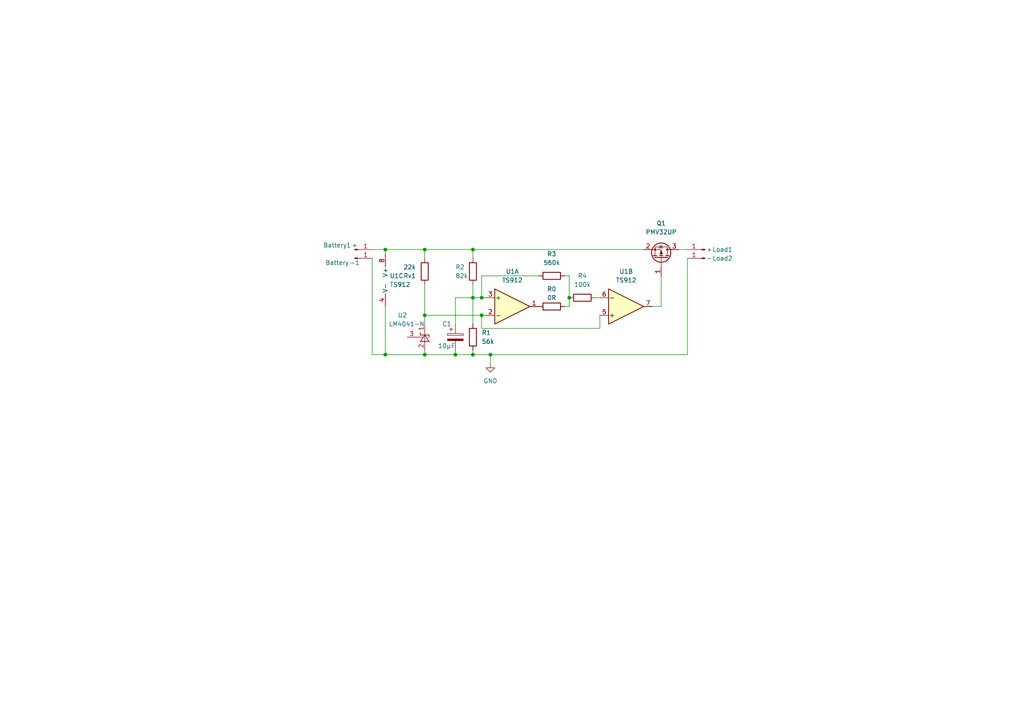
<source format=kicad_sch>
(kicad_sch (version 20211123) (generator eeschema)
  (paper "A4")
  (lib_symbols
    (symbol "Amplifier_Operational:TS912" (pin_names (offset 0.127))
      (property "Reference" "U" (at 0 5.08 0))
      (property "Value" "TS912" (at 0 -5.08 0))
      (symbol "TS912_1_1"
        (polyline (pts (xy -5.08 5.08) (xy 5.08 0) (xy -5.08 -5.08) (xy -5.08 5.08)) (stroke (width 0.254)) (fill (type background)))
        (pin output line (at 7.62 0 180) (length 2.54) (name "~") (number "1"))
        (pin input line (at -7.62 -2.54 0) (length 2.54) (name "-") (number "2"))
        (pin input line (at -7.62 2.54 0) (length 2.54) (name "+") (number "3"))
      )
      (symbol "TS912_2_1"
        (polyline (pts (xy -5.08 5.08) (xy 5.08 0) (xy -5.08 -5.08) (xy -5.08 5.08)) (stroke (width 0.254)) (fill (type background)))
        (pin input line (at -7.62 2.54 0) (length 2.54) (name "+") (number "5"))
        (pin input line (at -7.62 -2.54 0) (length 2.54) (name "-") (number "6"))
        (pin output line (at 7.62 0 180) (length 2.54) (name "~") (number "7"))
      )
      (symbol "TS912_3_1"
        (pin power_in line (at -2.54 -7.62 90) (length 3.81) (name "V-") (number "4"))
        (pin power_in line (at -2.54 7.62 270) (length 3.81) (name "V+") (number "8"))
      )
    )
    (symbol "Connector:Conn_01x01_Male" (pin_names (offset 1.016) hide)
      (property "Reference" "J" (at 0 2.54 0))
      (property "Value" "Conn_01x01_Male" (at 0 -2.54 0))
      (symbol "Conn_01x01_Male_1_1"
        (polyline (pts (xy 1.27 0) (xy 0.8636 0)) (stroke (width 0.1524)))
        (rectangle (start 0.8636 0.127) (end 0 -0.127) (stroke (width 0.1524)) (fill (type outline)))
        (pin passive line (at 5.08 0 180) (length 3.81) (name "Pin_1") (number "1"))
      )
    )
    (symbol "Device:C_Polarized" (pin_numbers hide) (pin_names (offset 0.254))
      (property "Reference" "C" (at 0.635 2.54 0))
      (property "Value" "C_Polarized" (at 0.635 -2.54 0))
      (symbol "C_Polarized_0_1"
        (rectangle (start -2.286 0.508) (end 2.286 1.016))
        (polyline (pts (xy -1.778 2.286) (xy -0.762 2.286)))
        (polyline (pts (xy -1.27 2.794) (xy -1.27 1.778)))
        (rectangle (start 2.286 -0.508) (end -2.286 -1.016) (fill (type outline)))
      )
      (symbol "C_Polarized_1_1"
        (pin passive line (at 0 3.81 270) (length 2.794) (name "~") (number "1"))
        (pin passive line (at 0 -3.81 90) (length 2.794) (name "~") (number "2"))
      )
    )
    (symbol "Device:R" (pin_numbers hide) (pin_names (offset 0))
      (property "Reference" "R" (at 2.032 0 90))
      (property "Value" "R" (at 0 0 90))
      (symbol "R_0_1"
        (rectangle (start -1.016 -2.54) (end 1.016 2.54) (stroke (width 0.254)))
      )
      (symbol "R_1_1"
        (pin passive line (at 0 3.81 270) (length 1.27) (name "~") (number "1"))
        (pin passive line (at 0 -3.81 90) (length 1.27) (name "~") (number "2"))
      )
    )
    (symbol "Local:LM4041-N" (pin_names (offset 0.0254) hide)
      (property "Reference" "U" (at 2.54 3.81 0))
      (property "Value" "LM4041-N" (at 0 -3.175 0))
      (symbol "LM4041-N_0_1"
        (polyline (pts (xy 0 2.54) (xy 0 0.508)))
        (polyline (pts (xy -1.27 0) (xy 0 0) (xy 1.27 0)))
        (polyline (pts (xy -1.27 -1.27) (xy 0.635 0) (xy -1.27 1.27) (xy -1.27 -1.27)) (stroke (width 0.2032)))
        (polyline (pts (xy 0 -1.27) (xy 0.635 -1.27) (xy 0.635 1.27) (xy 1.27 1.27)) (stroke (width 0.2032)))
      )
      (symbol "LM4041-N_1_1"
        (pin passive line (at 3.81 0 180) (length 2.54) (name "K") (number "1"))
        (pin passive line (at -3.81 0 0) (length 2.54) (name "A") (number "2"))
        (pin input line (at 0 5.08 270) (length 2.54) (name "FB") (number "3"))
      )
    )
    (symbol "Transistor_FET:IRLML5203" (pin_names hide)
      (property "Reference" "Q" (at 5.08 1.905 0))
      (property "Value" "IRLML5203" (at 5.08 0 0))
      (symbol "IRLML5203_0_1"
        (polyline (pts (xy 0.254 0) (xy -2.54 0)))
        (polyline (pts (xy 0.254 1.905) (xy 0.254 -1.905)) (stroke (width 0.254)))
        (polyline (pts (xy 0.762 -1.27) (xy 0.762 -2.286)) (stroke (width 0.254)))
        (polyline (pts (xy 0.762 0.508) (xy 0.762 -0.508)) (stroke (width 0.254)))
        (polyline (pts (xy 0.762 2.286) (xy 0.762 1.27)) (stroke (width 0.254)))
        (polyline (pts (xy 2.54 2.54) (xy 2.54 1.778)))
        (polyline (pts (xy 2.54 -2.54) (xy 2.54 0) (xy 0.762 0)))
        (polyline (pts (xy 0.762 1.778) (xy 3.302 1.778) (xy 3.302 -1.778) (xy 0.762 -1.778)))
        (polyline (pts (xy 2.286 0) (xy 1.27 0.381) (xy 1.27 -0.381) (xy 2.286 0)) (fill (type outline)))
        (polyline (pts (xy 2.794 -0.508) (xy 2.921 -0.381) (xy 3.683 -0.381) (xy 3.81 -0.254)))
        (polyline (pts (xy 3.302 -0.381) (xy 2.921 0.254) (xy 3.683 0.254) (xy 3.302 -0.381)))
        (circle (center 1.651 0) (radius 2.794) (stroke (width 0.254)))
        (circle (center 2.54 -1.778) (radius 0.254) (fill (type outline)))
        (circle (center 2.54 1.778) (radius 0.254) (fill (type outline)))
      )
      (symbol "IRLML5203_1_1"
        (pin input line (at -5.08 0 0) (length 2.54) (name "G") (number "1"))
        (pin passive line (at 2.54 -5.08 90) (length 2.54) (name "S") (number "2"))
        (pin passive line (at 2.54 5.08 270) (length 2.54) (name "D") (number "3"))
      )
    )
    (symbol "power:GND" (power) (pin_names (offset 0))
      (property "Value" "GND" (at 0 -3.81 0))
      (symbol "GND_0_1"
        (polyline (pts (xy 0 0) (xy 0 -1.27) (xy 1.27 -1.27) (xy 0 -2.54) (xy -1.27 -1.27) (xy 0 -1.27)))
      )
      (symbol "GND_1_1"
        (pin power_in line (at 0 0 270) (length 0) hide (name "GND") (number "1"))
      )
    )
  )
  (junction (at 137.16 102.87))
  (junction (at 137.16 72.39))
  (junction (at 165.1 86.36))
  (junction (at 111.76 102.87))
  (junction (at 139.7 91.44))
  (junction (at 139.7 86.36))
  (junction (at 132.08 102.87))
  (junction (at 137.16 86.36))
  (junction (at 111.76 72.39))
  (junction (at 123.19 72.39))
  (junction (at 142.24 102.87))
  (junction (at 123.19 102.87))
  (junction (at 123.19 91.44))
  (wire (pts (xy 123.19 82.55) (xy 123.19 91.44)))
  (wire (pts (xy 123.19 74.93) (xy 123.19 72.39)))
  (wire (pts (xy 123.19 102.87) (xy 132.08 102.87)))
  (wire (pts (xy 165.1 80.01) (xy 165.1 86.36)))
  (wire (pts (xy 111.76 102.87) (xy 123.19 102.87)))
  (wire (pts (xy 199.39 74.93) (xy 199.39 102.87)))
  (wire (pts (xy 123.19 102.87) (xy 123.19 101.6)))
  (wire (pts (xy 137.16 102.87) (xy 137.16 101.6)))
  (wire (pts (xy 165.1 80.01) (xy 163.83 80.01)))
  (wire (pts (xy 196.85 72.39) (xy 199.39 72.39)))
  (wire (pts (xy 137.16 86.36) (xy 139.7 86.36)))
  (wire (pts (xy 173.99 95.25) (xy 139.7 95.25)))
  (wire (pts (xy 172.72 86.36) (xy 173.99 86.36)))
  (wire (pts (xy 123.19 72.39) (xy 111.76 72.39)))
  (wire (pts (xy 137.16 86.36) (xy 137.16 93.98)))
  (wire (pts (xy 139.7 91.44) (xy 140.97 91.44)))
  (wire (pts (xy 137.16 72.39) (xy 186.69 72.39)))
  (wire (pts (xy 142.24 102.87) (xy 142.24 105.41)))
  (wire (pts (xy 111.76 72.39) (xy 111.76 73.66)))
  (wire (pts (xy 137.16 82.55) (xy 137.16 86.36)))
  (wire (pts (xy 139.7 95.25) (xy 139.7 91.44)))
  (wire (pts (xy 123.19 91.44) (xy 139.7 91.44)))
  (wire (pts (xy 123.19 72.39) (xy 137.16 72.39)))
  (wire (pts (xy 137.16 72.39) (xy 137.16 74.93)))
  (wire (pts (xy 107.95 74.93) (xy 107.95 102.87)))
  (wire (pts (xy 165.1 86.36) (xy 165.1 88.9)))
  (wire (pts (xy 142.24 102.87) (xy 137.16 102.87)))
  (wire (pts (xy 107.95 102.87) (xy 111.76 102.87)))
  (wire (pts (xy 132.08 101.6) (xy 132.08 102.87)))
  (wire (pts (xy 123.19 91.44) (xy 123.19 93.98)))
  (wire (pts (xy 132.08 86.36) (xy 132.08 93.98)))
  (wire (pts (xy 191.77 80.01) (xy 191.77 88.9)))
  (wire (pts (xy 132.08 86.36) (xy 137.16 86.36)))
  (wire (pts (xy 163.83 88.9) (xy 165.1 88.9)))
  (wire (pts (xy 111.76 88.9) (xy 111.76 102.87)))
  (wire (pts (xy 156.21 80.01) (xy 139.7 80.01)))
  (wire (pts (xy 142.24 102.87) (xy 199.39 102.87)))
  (wire (pts (xy 173.99 91.44) (xy 173.99 95.25)))
  (wire (pts (xy 132.08 102.87) (xy 137.16 102.87)))
  (wire (pts (xy 107.95 72.39) (xy 111.76 72.39)))
  (wire (pts (xy 139.7 86.36) (xy 140.97 86.36)))
  (wire (pts (xy 191.77 88.9) (xy 189.23 88.9)))
  (wire (pts (xy 139.7 80.01) (xy 139.7 86.36)))
  (symbol (lib_id "Device:R") (at 160.02 80.01 90) (mirror x) (unit 1)
    (property "Reference" "R3" (at 160.02 73.66 90))
    (property "Value" "560k" (at 160.02 76.2 90))
    (property "Footprint" "Resistor_SMD:R_1206_3216Metric_Pad1.30x1.75mm_HandSolder" (effects hide))
  )
  (symbol (lib_id "Transistor_FET:IRLML5203") (at 191.77 74.93 270) (mirror x) (unit 1)
    (property "Reference" "Q1" (at 191.77 64.77 90))
    (property "Value" "PMV32UP" (at 191.77 67.31 90))
    (property "Footprint" "Package_TO_SOT_SMD:SOT-23" (effects hide))
    (property "Datasheet" "https://www.infineon.com/dgdl/irlml5203pbf.pdf?fileId=5546d462533600a40153566868da261d" (effects hide))
  )
  (symbol (lib_id "Device:C_Polarized") (at 132.08 97.79 0) (unit 1)
    (property "Reference" "C1" (at 128.27 93.98 0) (effects (justify left)))
    (property "Value" "10µF" (at 127 100.33 0) (effects (justify left)))
    (property "Footprint" "Capacitor_SMD:C_1206_3216Metric_Pad1.33x1.80mm_HandSolder" (effects hide))
  )
  (symbol (lib_id "Amplifier_Operational:TS912") (at 114.3 81.28 0) (unit 3)
    (property "Reference" "U1" (at 113.03 80.0099 0) (effects (justify left)))
    (property "Value" "TS912" (at 113.03 82.5499 0) (effects (justify left)))
    (property "Footprint" "Package_SO:SO-8_3.9x4.9mm_P1.27mm" (effects hide))
    (property "Datasheet" "www.st.com/resource/en/datasheet/ts912.pdf" (effects hide))
  )
  (symbol (lib_id "Connector:Conn_01x01_Male") (at 102.87 74.93 0) (unit 1)
    (property "Reference" "-1" (at 102.87 76.2 0))
    (property "Value" "Battery" (at 97.79 76.2 0))
    (property "Footprint" "TestPoint:TestPoint_Pad_1.5x1.5mm" (effects hide))
  )
  (symbol (lib_id "Connector:Conn_01x01_Male") (at 204.47 72.39 180) (unit 1)
    (property "Reference" "Load1" (at 209.55 72.39 0))
    (property "Value" "+" (at 205.74 72.39 0))
    (property "Footprint" "TestPoint:TestPoint_Pad_D1.5mm" (effects hide))
  )
  (symbol (lib_id "Amplifier_Operational:TS912") (at 181.61 88.9 0) (mirror x) (unit 2)
    (property "Reference" "U1" (at 181.61 78.74 0))
    (property "Value" "TS912" (at 181.61 81.28 0))
    (property "Footprint" "Package_SO:SO-8_3.9x4.9mm_P1.27mm" (effects hide))
    (property "Datasheet" "www.st.com/resource/en/datasheet/ts912.pdf" (effects hide))
  )
  (symbol (lib_id "Device:R") (at 123.19 78.74 0) (unit 1)
    (property "Reference" "Rv1" (at 120.65 80.01 0) (effects (justify right)))
    (property "Value" "22k" (at 120.65 77.4701 0) (effects (justify right)))
    (property "Footprint" "Resistor_SMD:R_1206_3216Metric_Pad1.30x1.75mm_HandSolder" (effects hide))
  )
  (symbol (lib_id "Device:R") (at 137.16 97.79 180) (unit 1)
    (property "Reference" "R1" (at 139.7 96.5199 0) (effects (justify right)))
    (property "Value" "56k" (at 139.7 99.0599 0) (effects (justify right)))
    (property "Footprint" "Resistor_SMD:R_1206_3216Metric_Pad1.30x1.75mm_HandSolder" (effects hide))
  )
  (symbol (lib_id "power:GND") (at 142.24 105.41 0) (unit 1)
    (property "Reference" "#PWR02" (effects hide))
    (property "Value" "GND" (at 142.24 110.49 0))
  )
  (symbol (lib_id "Device:R") (at 137.16 78.74 180) (unit 1)
    (property "Reference" "R2" (at 132.08 77.47 0) (effects (justify right)))
    (property "Value" "82k" (at 132.08 80.01 0) (effects (justify right)))
    (property "Footprint" "Resistor_SMD:R_1206_3216Metric_Pad1.30x1.75mm_HandSolder" (effects hide))
  )
  (symbol (lib_id "Connector:Conn_01x01_Male") (at 102.87 72.39 0) (unit 1)
    (property "Reference" "Battery1" (at 97.79 71.12 0))
    (property "Value" "+" (at 102.87 71.12 0))
    (property "Footprint" "TestPoint:TestPoint_Pad_D1.5mm" (effects hide))
  )
  (symbol (lib_id "Device:R") (at 168.91 86.36 270) (unit 1)
    (property "Reference" "R4" (at 168.91 80.01 90))
    (property "Value" "100k" (at 168.91 82.55 90))
    (property "Footprint" "Resistor_SMD:R_1206_3216Metric_Pad1.30x1.75mm_HandSolder" (effects hide))
  )
  (symbol (lib_id "Local:LM4041-N") (at 123.19 97.79 90) (unit 1)
    (property "Reference" "U2" (at 118.11 91.44 90) (effects (justify left)))
    (property "Value" "LM4041-N" (at 123.19 93.98 90) (effects (justify left)))
    (property "Footprint" "Package_TO_SOT_SMD:SOT-23" (effects hide))
    (property "Datasheet" "http://www.ti.com/lit/ds/symlink/lm4041-n.pdf" (effects hide))
  )
  (symbol (lib_id "Device:R") (at 160.02 88.9 270) (unit 1)
    (property "Reference" "R0" (at 160.02 83.82 90))
    (property "Value" "0R" (at 160.02 86.36 90))
    (property "Footprint" "Resistor_SMD:R_1206_3216Metric_Pad1.30x1.75mm_HandSolder" (effects hide))
  )
  (symbol (lib_id "Amplifier_Operational:TS912") (at 148.59 88.9 0) (unit 1)
    (property "Reference" "U1" (at 148.59 78.74 0))
    (property "Value" "TS912" (at 148.59 81.28 0))
    (property "Footprint" "Package_SO:SO-8_3.9x4.9mm_P1.27mm" (effects hide))
    (property "Datasheet" "www.st.com/resource/en/datasheet/ts912.pdf" (effects hide))
  )
  (symbol (lib_id "Connector:Conn_01x01_Male") (at 204.47 74.93 180) (unit 1)
    (property "Reference" "Load2" (at 209.55 74.93 0))
    (property "Value" "-" (at 205.74 74.93 0))
    (property "Footprint" " " (at 204.47 74.93 0))
  )
)
</source>
